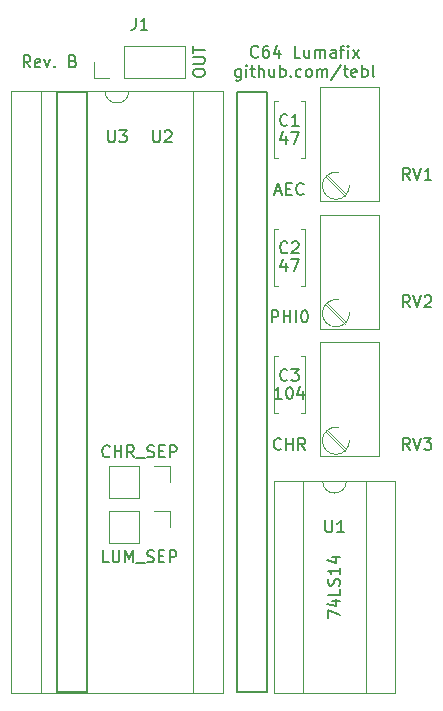
<source format=gto>
G04 #@! TF.FileFunction,Legend,Top*
%FSLAX46Y46*%
G04 Gerber Fmt 4.6, Leading zero omitted, Abs format (unit mm)*
G04 Created by KiCad (PCBNEW 4.0.7) date 08/20/19 18:31:01*
%MOMM*%
%LPD*%
G01*
G04 APERTURE LIST*
%ADD10C,0.100000*%
%ADD11C,0.150000*%
%ADD12C,0.120000*%
G04 APERTURE END LIST*
D10*
D11*
X116490953Y-101417381D02*
X116157619Y-100941190D01*
X115919524Y-101417381D02*
X115919524Y-100417381D01*
X116300477Y-100417381D01*
X116395715Y-100465000D01*
X116443334Y-100512619D01*
X116490953Y-100607857D01*
X116490953Y-100750714D01*
X116443334Y-100845952D01*
X116395715Y-100893571D01*
X116300477Y-100941190D01*
X115919524Y-100941190D01*
X117300477Y-101369762D02*
X117205239Y-101417381D01*
X117014762Y-101417381D01*
X116919524Y-101369762D01*
X116871905Y-101274524D01*
X116871905Y-100893571D01*
X116919524Y-100798333D01*
X117014762Y-100750714D01*
X117205239Y-100750714D01*
X117300477Y-100798333D01*
X117348096Y-100893571D01*
X117348096Y-100988810D01*
X116871905Y-101084048D01*
X117681429Y-100750714D02*
X117919524Y-101417381D01*
X118157620Y-100750714D01*
X118538572Y-101322143D02*
X118586191Y-101369762D01*
X118538572Y-101417381D01*
X118490953Y-101369762D01*
X118538572Y-101322143D01*
X118538572Y-101417381D01*
X120110001Y-100893571D02*
X120252858Y-100941190D01*
X120300477Y-100988810D01*
X120348096Y-101084048D01*
X120348096Y-101226905D01*
X120300477Y-101322143D01*
X120252858Y-101369762D01*
X120157620Y-101417381D01*
X119776667Y-101417381D01*
X119776667Y-100417381D01*
X120110001Y-100417381D01*
X120205239Y-100465000D01*
X120252858Y-100512619D01*
X120300477Y-100607857D01*
X120300477Y-100703095D01*
X120252858Y-100798333D01*
X120205239Y-100845952D01*
X120110001Y-100893571D01*
X119776667Y-100893571D01*
X135771429Y-100497143D02*
X135723810Y-100544762D01*
X135580953Y-100592381D01*
X135485715Y-100592381D01*
X135342857Y-100544762D01*
X135247619Y-100449524D01*
X135200000Y-100354286D01*
X135152381Y-100163810D01*
X135152381Y-100020952D01*
X135200000Y-99830476D01*
X135247619Y-99735238D01*
X135342857Y-99640000D01*
X135485715Y-99592381D01*
X135580953Y-99592381D01*
X135723810Y-99640000D01*
X135771429Y-99687619D01*
X136628572Y-99592381D02*
X136438095Y-99592381D01*
X136342857Y-99640000D01*
X136295238Y-99687619D01*
X136200000Y-99830476D01*
X136152381Y-100020952D01*
X136152381Y-100401905D01*
X136200000Y-100497143D01*
X136247619Y-100544762D01*
X136342857Y-100592381D01*
X136533334Y-100592381D01*
X136628572Y-100544762D01*
X136676191Y-100497143D01*
X136723810Y-100401905D01*
X136723810Y-100163810D01*
X136676191Y-100068571D01*
X136628572Y-100020952D01*
X136533334Y-99973333D01*
X136342857Y-99973333D01*
X136247619Y-100020952D01*
X136200000Y-100068571D01*
X136152381Y-100163810D01*
X137580953Y-99925714D02*
X137580953Y-100592381D01*
X137342857Y-99544762D02*
X137104762Y-100259048D01*
X137723810Y-100259048D01*
X139342858Y-100592381D02*
X138866667Y-100592381D01*
X138866667Y-99592381D01*
X140104763Y-99925714D02*
X140104763Y-100592381D01*
X139676191Y-99925714D02*
X139676191Y-100449524D01*
X139723810Y-100544762D01*
X139819048Y-100592381D01*
X139961906Y-100592381D01*
X140057144Y-100544762D01*
X140104763Y-100497143D01*
X140580953Y-100592381D02*
X140580953Y-99925714D01*
X140580953Y-100020952D02*
X140628572Y-99973333D01*
X140723810Y-99925714D01*
X140866668Y-99925714D01*
X140961906Y-99973333D01*
X141009525Y-100068571D01*
X141009525Y-100592381D01*
X141009525Y-100068571D02*
X141057144Y-99973333D01*
X141152382Y-99925714D01*
X141295239Y-99925714D01*
X141390477Y-99973333D01*
X141438096Y-100068571D01*
X141438096Y-100592381D01*
X142342858Y-100592381D02*
X142342858Y-100068571D01*
X142295239Y-99973333D01*
X142200001Y-99925714D01*
X142009524Y-99925714D01*
X141914286Y-99973333D01*
X142342858Y-100544762D02*
X142247620Y-100592381D01*
X142009524Y-100592381D01*
X141914286Y-100544762D01*
X141866667Y-100449524D01*
X141866667Y-100354286D01*
X141914286Y-100259048D01*
X142009524Y-100211429D01*
X142247620Y-100211429D01*
X142342858Y-100163810D01*
X142676191Y-99925714D02*
X143057143Y-99925714D01*
X142819048Y-100592381D02*
X142819048Y-99735238D01*
X142866667Y-99640000D01*
X142961905Y-99592381D01*
X143057143Y-99592381D01*
X143390477Y-100592381D02*
X143390477Y-99925714D01*
X143390477Y-99592381D02*
X143342858Y-99640000D01*
X143390477Y-99687619D01*
X143438096Y-99640000D01*
X143390477Y-99592381D01*
X143390477Y-99687619D01*
X143771429Y-100592381D02*
X144295239Y-99925714D01*
X143771429Y-99925714D02*
X144295239Y-100592381D01*
X134295238Y-101575714D02*
X134295238Y-102385238D01*
X134247619Y-102480476D01*
X134200000Y-102528095D01*
X134104761Y-102575714D01*
X133961904Y-102575714D01*
X133866666Y-102528095D01*
X134295238Y-102194762D02*
X134200000Y-102242381D01*
X134009523Y-102242381D01*
X133914285Y-102194762D01*
X133866666Y-102147143D01*
X133819047Y-102051905D01*
X133819047Y-101766190D01*
X133866666Y-101670952D01*
X133914285Y-101623333D01*
X134009523Y-101575714D01*
X134200000Y-101575714D01*
X134295238Y-101623333D01*
X134771428Y-102242381D02*
X134771428Y-101575714D01*
X134771428Y-101242381D02*
X134723809Y-101290000D01*
X134771428Y-101337619D01*
X134819047Y-101290000D01*
X134771428Y-101242381D01*
X134771428Y-101337619D01*
X135104761Y-101575714D02*
X135485713Y-101575714D01*
X135247618Y-101242381D02*
X135247618Y-102099524D01*
X135295237Y-102194762D01*
X135390475Y-102242381D01*
X135485713Y-102242381D01*
X135819047Y-102242381D02*
X135819047Y-101242381D01*
X136247619Y-102242381D02*
X136247619Y-101718571D01*
X136200000Y-101623333D01*
X136104762Y-101575714D01*
X135961904Y-101575714D01*
X135866666Y-101623333D01*
X135819047Y-101670952D01*
X137152381Y-101575714D02*
X137152381Y-102242381D01*
X136723809Y-101575714D02*
X136723809Y-102099524D01*
X136771428Y-102194762D01*
X136866666Y-102242381D01*
X137009524Y-102242381D01*
X137104762Y-102194762D01*
X137152381Y-102147143D01*
X137628571Y-102242381D02*
X137628571Y-101242381D01*
X137628571Y-101623333D02*
X137723809Y-101575714D01*
X137914286Y-101575714D01*
X138009524Y-101623333D01*
X138057143Y-101670952D01*
X138104762Y-101766190D01*
X138104762Y-102051905D01*
X138057143Y-102147143D01*
X138009524Y-102194762D01*
X137914286Y-102242381D01*
X137723809Y-102242381D01*
X137628571Y-102194762D01*
X138533333Y-102147143D02*
X138580952Y-102194762D01*
X138533333Y-102242381D01*
X138485714Y-102194762D01*
X138533333Y-102147143D01*
X138533333Y-102242381D01*
X139438095Y-102194762D02*
X139342857Y-102242381D01*
X139152380Y-102242381D01*
X139057142Y-102194762D01*
X139009523Y-102147143D01*
X138961904Y-102051905D01*
X138961904Y-101766190D01*
X139009523Y-101670952D01*
X139057142Y-101623333D01*
X139152380Y-101575714D01*
X139342857Y-101575714D01*
X139438095Y-101623333D01*
X140009523Y-102242381D02*
X139914285Y-102194762D01*
X139866666Y-102147143D01*
X139819047Y-102051905D01*
X139819047Y-101766190D01*
X139866666Y-101670952D01*
X139914285Y-101623333D01*
X140009523Y-101575714D01*
X140152381Y-101575714D01*
X140247619Y-101623333D01*
X140295238Y-101670952D01*
X140342857Y-101766190D01*
X140342857Y-102051905D01*
X140295238Y-102147143D01*
X140247619Y-102194762D01*
X140152381Y-102242381D01*
X140009523Y-102242381D01*
X140771428Y-102242381D02*
X140771428Y-101575714D01*
X140771428Y-101670952D02*
X140819047Y-101623333D01*
X140914285Y-101575714D01*
X141057143Y-101575714D01*
X141152381Y-101623333D01*
X141200000Y-101718571D01*
X141200000Y-102242381D01*
X141200000Y-101718571D02*
X141247619Y-101623333D01*
X141342857Y-101575714D01*
X141485714Y-101575714D01*
X141580952Y-101623333D01*
X141628571Y-101718571D01*
X141628571Y-102242381D01*
X142819047Y-101194762D02*
X141961904Y-102480476D01*
X143009523Y-101575714D02*
X143390475Y-101575714D01*
X143152380Y-101242381D02*
X143152380Y-102099524D01*
X143199999Y-102194762D01*
X143295237Y-102242381D01*
X143390475Y-102242381D01*
X144104762Y-102194762D02*
X144009524Y-102242381D01*
X143819047Y-102242381D01*
X143723809Y-102194762D01*
X143676190Y-102099524D01*
X143676190Y-101718571D01*
X143723809Y-101623333D01*
X143819047Y-101575714D01*
X144009524Y-101575714D01*
X144104762Y-101623333D01*
X144152381Y-101718571D01*
X144152381Y-101813810D01*
X143676190Y-101909048D01*
X144580952Y-102242381D02*
X144580952Y-101242381D01*
X144580952Y-101623333D02*
X144676190Y-101575714D01*
X144866667Y-101575714D01*
X144961905Y-101623333D01*
X145009524Y-101670952D01*
X145057143Y-101766190D01*
X145057143Y-102051905D01*
X145009524Y-102147143D01*
X144961905Y-102194762D01*
X144866667Y-102242381D01*
X144676190Y-102242381D01*
X144580952Y-102194762D01*
X145628571Y-102242381D02*
X145533333Y-102194762D01*
X145485714Y-102099524D01*
X145485714Y-101242381D01*
X136525000Y-154305000D02*
X133985000Y-154305000D01*
X133985000Y-154305000D02*
X133985000Y-103505000D01*
X133985000Y-103505000D02*
X136525000Y-103505000D01*
X118745000Y-103505000D02*
X121285000Y-103505000D01*
X121285000Y-103505000D02*
X121285000Y-154305000D01*
X121285000Y-154305000D02*
X118745000Y-154305000D01*
X136525000Y-103505000D02*
X136525000Y-154305000D01*
X118745000Y-154305000D02*
X118745000Y-103505000D01*
D12*
X137120000Y-130720000D02*
X137120000Y-125900000D01*
X139740000Y-130720000D02*
X139740000Y-125900000D01*
X137120000Y-130720000D02*
X137434000Y-130720000D01*
X139426000Y-130720000D02*
X139740000Y-130720000D01*
X137120000Y-125900000D02*
X137434000Y-125900000D01*
X139426000Y-125900000D02*
X139740000Y-125900000D01*
X137120000Y-109130000D02*
X137120000Y-104310000D01*
X139740000Y-109130000D02*
X139740000Y-104310000D01*
X137120000Y-109130000D02*
X137434000Y-109130000D01*
X139426000Y-109130000D02*
X139740000Y-109130000D01*
X137120000Y-104310000D02*
X137434000Y-104310000D01*
X139426000Y-104310000D02*
X139740000Y-104310000D01*
X137120000Y-119925000D02*
X137120000Y-115105000D01*
X139740000Y-119925000D02*
X139740000Y-115105000D01*
X137120000Y-119925000D02*
X137434000Y-119925000D01*
X139426000Y-119925000D02*
X139740000Y-119925000D01*
X137120000Y-115105000D02*
X137434000Y-115105000D01*
X139426000Y-115105000D02*
X139740000Y-115105000D01*
X143514296Y-111404691D02*
G75*
G02X141205000Y-111445000I-1154296J-40309D01*
G01*
X141205948Y-111465121D02*
G75*
G02X142600000Y-110316000I1154052J20121D01*
G01*
X145980000Y-103125000D02*
X145980000Y-112775000D01*
X141029000Y-103125000D02*
X141029000Y-112775000D01*
X145980000Y-103125000D02*
X141029000Y-103125000D01*
X145980000Y-112775000D02*
X141029000Y-112775000D01*
X143094000Y-112321000D02*
X141484000Y-110710000D01*
X143235000Y-112181000D02*
X141625000Y-110569000D01*
X143514296Y-122199691D02*
G75*
G02X141205000Y-122240000I-1154296J-40309D01*
G01*
X141205948Y-122260121D02*
G75*
G02X142600000Y-121111000I1154052J20121D01*
G01*
X145980000Y-113920000D02*
X145980000Y-123570000D01*
X141029000Y-113920000D02*
X141029000Y-123570000D01*
X145980000Y-113920000D02*
X141029000Y-113920000D01*
X145980000Y-123570000D02*
X141029000Y-123570000D01*
X143094000Y-123116000D02*
X141484000Y-121505000D01*
X143235000Y-122976000D02*
X141625000Y-121364000D01*
X143514296Y-132994691D02*
G75*
G02X141205000Y-133035000I-1154296J-40309D01*
G01*
X141205948Y-133055121D02*
G75*
G02X142600000Y-131906000I1154052J20121D01*
G01*
X145980000Y-124715000D02*
X145980000Y-134365000D01*
X141029000Y-124715000D02*
X141029000Y-134365000D01*
X145980000Y-124715000D02*
X141029000Y-124715000D01*
X145980000Y-134365000D02*
X141029000Y-134365000D01*
X143094000Y-133911000D02*
X141484000Y-132300000D01*
X143235000Y-133771000D02*
X141625000Y-132159000D01*
X143240000Y-136465000D02*
G75*
G02X141240000Y-136465000I-1000000J0D01*
G01*
X141240000Y-136465000D02*
X139590000Y-136465000D01*
X139590000Y-136465000D02*
X139590000Y-154365000D01*
X139590000Y-154365000D02*
X144890000Y-154365000D01*
X144890000Y-154365000D02*
X144890000Y-136465000D01*
X144890000Y-136465000D02*
X143240000Y-136465000D01*
X137100000Y-136405000D02*
X137100000Y-154425000D01*
X137100000Y-154425000D02*
X147380000Y-154425000D01*
X147380000Y-154425000D02*
X147380000Y-136405000D01*
X147380000Y-136405000D02*
X137100000Y-136405000D01*
X124825000Y-103445000D02*
G75*
G02X122825000Y-103445000I-1000000J0D01*
G01*
X122825000Y-103445000D02*
X117365000Y-103445000D01*
X117365000Y-103445000D02*
X117365000Y-154365000D01*
X117365000Y-154365000D02*
X130285000Y-154365000D01*
X130285000Y-154365000D02*
X130285000Y-103445000D01*
X130285000Y-103445000D02*
X124825000Y-103445000D01*
X114875000Y-103385000D02*
X114875000Y-154425000D01*
X114875000Y-154425000D02*
X132775000Y-154425000D01*
X132775000Y-154425000D02*
X132775000Y-103385000D01*
X132775000Y-103385000D02*
X114875000Y-103385000D01*
X129600000Y-102295000D02*
X129600000Y-99635000D01*
X124460000Y-102295000D02*
X129600000Y-102295000D01*
X124460000Y-99635000D02*
X129600000Y-99635000D01*
X124460000Y-102295000D02*
X124460000Y-99635000D01*
X123190000Y-102295000D02*
X121860000Y-102295000D01*
X121860000Y-102295000D02*
X121860000Y-100965000D01*
X123130000Y-139005000D02*
X123130000Y-141665000D01*
X125730000Y-139005000D02*
X123130000Y-139005000D01*
X125730000Y-141665000D02*
X123130000Y-141665000D01*
X125730000Y-139005000D02*
X125730000Y-141665000D01*
X127000000Y-139005000D02*
X128330000Y-139005000D01*
X128330000Y-139005000D02*
X128330000Y-140335000D01*
X123130000Y-135195000D02*
X123130000Y-137855000D01*
X125730000Y-135195000D02*
X123130000Y-135195000D01*
X125730000Y-137855000D02*
X123130000Y-137855000D01*
X125730000Y-135195000D02*
X125730000Y-137855000D01*
X127000000Y-135195000D02*
X128330000Y-135195000D01*
X128330000Y-135195000D02*
X128330000Y-136525000D01*
D11*
X126873095Y-106767381D02*
X126873095Y-107576905D01*
X126920714Y-107672143D01*
X126968333Y-107719762D01*
X127063571Y-107767381D01*
X127254048Y-107767381D01*
X127349286Y-107719762D01*
X127396905Y-107672143D01*
X127444524Y-107576905D01*
X127444524Y-106767381D01*
X127873095Y-106862619D02*
X127920714Y-106815000D01*
X128015952Y-106767381D01*
X128254048Y-106767381D01*
X128349286Y-106815000D01*
X128396905Y-106862619D01*
X128444524Y-106957857D01*
X128444524Y-107053095D01*
X128396905Y-107195952D01*
X127825476Y-107767381D01*
X128444524Y-107767381D01*
X138263334Y-127865143D02*
X138215715Y-127912762D01*
X138072858Y-127960381D01*
X137977620Y-127960381D01*
X137834762Y-127912762D01*
X137739524Y-127817524D01*
X137691905Y-127722286D01*
X137644286Y-127531810D01*
X137644286Y-127388952D01*
X137691905Y-127198476D01*
X137739524Y-127103238D01*
X137834762Y-127008000D01*
X137977620Y-126960381D01*
X138072858Y-126960381D01*
X138215715Y-127008000D01*
X138263334Y-127055619D01*
X138596667Y-126960381D02*
X139215715Y-126960381D01*
X138882381Y-127341333D01*
X139025239Y-127341333D01*
X139120477Y-127388952D01*
X139168096Y-127436571D01*
X139215715Y-127531810D01*
X139215715Y-127769905D01*
X139168096Y-127865143D01*
X139120477Y-127912762D01*
X139025239Y-127960381D01*
X138739524Y-127960381D01*
X138644286Y-127912762D01*
X138596667Y-127865143D01*
X137763334Y-129484381D02*
X137191905Y-129484381D01*
X137477619Y-129484381D02*
X137477619Y-128484381D01*
X137382381Y-128627238D01*
X137287143Y-128722476D01*
X137191905Y-128770095D01*
X138382381Y-128484381D02*
X138477620Y-128484381D01*
X138572858Y-128532000D01*
X138620477Y-128579619D01*
X138668096Y-128674857D01*
X138715715Y-128865333D01*
X138715715Y-129103429D01*
X138668096Y-129293905D01*
X138620477Y-129389143D01*
X138572858Y-129436762D01*
X138477620Y-129484381D01*
X138382381Y-129484381D01*
X138287143Y-129436762D01*
X138239524Y-129389143D01*
X138191905Y-129293905D01*
X138144286Y-129103429D01*
X138144286Y-128865333D01*
X138191905Y-128674857D01*
X138239524Y-128579619D01*
X138287143Y-128532000D01*
X138382381Y-128484381D01*
X139572858Y-128817714D02*
X139572858Y-129484381D01*
X139334762Y-128436762D02*
X139096667Y-129151048D01*
X139715715Y-129151048D01*
X138263334Y-106275143D02*
X138215715Y-106322762D01*
X138072858Y-106370381D01*
X137977620Y-106370381D01*
X137834762Y-106322762D01*
X137739524Y-106227524D01*
X137691905Y-106132286D01*
X137644286Y-105941810D01*
X137644286Y-105798952D01*
X137691905Y-105608476D01*
X137739524Y-105513238D01*
X137834762Y-105418000D01*
X137977620Y-105370381D01*
X138072858Y-105370381D01*
X138215715Y-105418000D01*
X138263334Y-105465619D01*
X139215715Y-106370381D02*
X138644286Y-106370381D01*
X138930000Y-106370381D02*
X138930000Y-105370381D01*
X138834762Y-105513238D01*
X138739524Y-105608476D01*
X138644286Y-105656095D01*
X138144286Y-107227714D02*
X138144286Y-107894381D01*
X137906190Y-106846762D02*
X137668095Y-107561048D01*
X138287143Y-107561048D01*
X138572857Y-106894381D02*
X139239524Y-106894381D01*
X138810952Y-107894381D01*
X138263334Y-117070143D02*
X138215715Y-117117762D01*
X138072858Y-117165381D01*
X137977620Y-117165381D01*
X137834762Y-117117762D01*
X137739524Y-117022524D01*
X137691905Y-116927286D01*
X137644286Y-116736810D01*
X137644286Y-116593952D01*
X137691905Y-116403476D01*
X137739524Y-116308238D01*
X137834762Y-116213000D01*
X137977620Y-116165381D01*
X138072858Y-116165381D01*
X138215715Y-116213000D01*
X138263334Y-116260619D01*
X138644286Y-116260619D02*
X138691905Y-116213000D01*
X138787143Y-116165381D01*
X139025239Y-116165381D01*
X139120477Y-116213000D01*
X139168096Y-116260619D01*
X139215715Y-116355857D01*
X139215715Y-116451095D01*
X139168096Y-116593952D01*
X138596667Y-117165381D01*
X139215715Y-117165381D01*
X138144286Y-118022714D02*
X138144286Y-118689381D01*
X137906190Y-117641762D02*
X137668095Y-118356048D01*
X138287143Y-118356048D01*
X138572857Y-117689381D02*
X139239524Y-117689381D01*
X138810952Y-118689381D01*
X148629762Y-110942381D02*
X148296428Y-110466190D01*
X148058333Y-110942381D02*
X148058333Y-109942381D01*
X148439286Y-109942381D01*
X148534524Y-109990000D01*
X148582143Y-110037619D01*
X148629762Y-110132857D01*
X148629762Y-110275714D01*
X148582143Y-110370952D01*
X148534524Y-110418571D01*
X148439286Y-110466190D01*
X148058333Y-110466190D01*
X148915476Y-109942381D02*
X149248809Y-110942381D01*
X149582143Y-109942381D01*
X150439286Y-110942381D02*
X149867857Y-110942381D01*
X150153571Y-110942381D02*
X150153571Y-109942381D01*
X150058333Y-110085238D01*
X149963095Y-110180476D01*
X149867857Y-110228095D01*
X137239524Y-111926667D02*
X137715715Y-111926667D01*
X137144286Y-112212381D02*
X137477619Y-111212381D01*
X137810953Y-112212381D01*
X138144286Y-111688571D02*
X138477620Y-111688571D01*
X138620477Y-112212381D02*
X138144286Y-112212381D01*
X138144286Y-111212381D01*
X138620477Y-111212381D01*
X139620477Y-112117143D02*
X139572858Y-112164762D01*
X139430001Y-112212381D01*
X139334763Y-112212381D01*
X139191905Y-112164762D01*
X139096667Y-112069524D01*
X139049048Y-111974286D01*
X139001429Y-111783810D01*
X139001429Y-111640952D01*
X139049048Y-111450476D01*
X139096667Y-111355238D01*
X139191905Y-111260000D01*
X139334763Y-111212381D01*
X139430001Y-111212381D01*
X139572858Y-111260000D01*
X139620477Y-111307619D01*
X148629762Y-121737381D02*
X148296428Y-121261190D01*
X148058333Y-121737381D02*
X148058333Y-120737381D01*
X148439286Y-120737381D01*
X148534524Y-120785000D01*
X148582143Y-120832619D01*
X148629762Y-120927857D01*
X148629762Y-121070714D01*
X148582143Y-121165952D01*
X148534524Y-121213571D01*
X148439286Y-121261190D01*
X148058333Y-121261190D01*
X148915476Y-120737381D02*
X149248809Y-121737381D01*
X149582143Y-120737381D01*
X149867857Y-120832619D02*
X149915476Y-120785000D01*
X150010714Y-120737381D01*
X150248810Y-120737381D01*
X150344048Y-120785000D01*
X150391667Y-120832619D01*
X150439286Y-120927857D01*
X150439286Y-121023095D01*
X150391667Y-121165952D01*
X149820238Y-121737381D01*
X150439286Y-121737381D01*
X136930000Y-123007381D02*
X136930000Y-122007381D01*
X137310953Y-122007381D01*
X137406191Y-122055000D01*
X137453810Y-122102619D01*
X137501429Y-122197857D01*
X137501429Y-122340714D01*
X137453810Y-122435952D01*
X137406191Y-122483571D01*
X137310953Y-122531190D01*
X136930000Y-122531190D01*
X137930000Y-123007381D02*
X137930000Y-122007381D01*
X137930000Y-122483571D02*
X138501429Y-122483571D01*
X138501429Y-123007381D02*
X138501429Y-122007381D01*
X138977619Y-123007381D02*
X138977619Y-122007381D01*
X139644285Y-122007381D02*
X139739524Y-122007381D01*
X139834762Y-122055000D01*
X139882381Y-122102619D01*
X139930000Y-122197857D01*
X139977619Y-122388333D01*
X139977619Y-122626429D01*
X139930000Y-122816905D01*
X139882381Y-122912143D01*
X139834762Y-122959762D01*
X139739524Y-123007381D01*
X139644285Y-123007381D01*
X139549047Y-122959762D01*
X139501428Y-122912143D01*
X139453809Y-122816905D01*
X139406190Y-122626429D01*
X139406190Y-122388333D01*
X139453809Y-122197857D01*
X139501428Y-122102619D01*
X139549047Y-122055000D01*
X139644285Y-122007381D01*
X148629762Y-133802381D02*
X148296428Y-133326190D01*
X148058333Y-133802381D02*
X148058333Y-132802381D01*
X148439286Y-132802381D01*
X148534524Y-132850000D01*
X148582143Y-132897619D01*
X148629762Y-132992857D01*
X148629762Y-133135714D01*
X148582143Y-133230952D01*
X148534524Y-133278571D01*
X148439286Y-133326190D01*
X148058333Y-133326190D01*
X148915476Y-132802381D02*
X149248809Y-133802381D01*
X149582143Y-132802381D01*
X149820238Y-132802381D02*
X150439286Y-132802381D01*
X150105952Y-133183333D01*
X150248810Y-133183333D01*
X150344048Y-133230952D01*
X150391667Y-133278571D01*
X150439286Y-133373810D01*
X150439286Y-133611905D01*
X150391667Y-133707143D01*
X150344048Y-133754762D01*
X150248810Y-133802381D01*
X149963095Y-133802381D01*
X149867857Y-133754762D01*
X149820238Y-133707143D01*
X137715715Y-133707143D02*
X137668096Y-133754762D01*
X137525239Y-133802381D01*
X137430001Y-133802381D01*
X137287143Y-133754762D01*
X137191905Y-133659524D01*
X137144286Y-133564286D01*
X137096667Y-133373810D01*
X137096667Y-133230952D01*
X137144286Y-133040476D01*
X137191905Y-132945238D01*
X137287143Y-132850000D01*
X137430001Y-132802381D01*
X137525239Y-132802381D01*
X137668096Y-132850000D01*
X137715715Y-132897619D01*
X138144286Y-133802381D02*
X138144286Y-132802381D01*
X138144286Y-133278571D02*
X138715715Y-133278571D01*
X138715715Y-133802381D02*
X138715715Y-132802381D01*
X139763334Y-133802381D02*
X139430000Y-133326190D01*
X139191905Y-133802381D02*
X139191905Y-132802381D01*
X139572858Y-132802381D01*
X139668096Y-132850000D01*
X139715715Y-132897619D01*
X139763334Y-132992857D01*
X139763334Y-133135714D01*
X139715715Y-133230952D01*
X139668096Y-133278571D01*
X139572858Y-133326190D01*
X139191905Y-133326190D01*
X141478095Y-139787381D02*
X141478095Y-140596905D01*
X141525714Y-140692143D01*
X141573333Y-140739762D01*
X141668571Y-140787381D01*
X141859048Y-140787381D01*
X141954286Y-140739762D01*
X142001905Y-140692143D01*
X142049524Y-140596905D01*
X142049524Y-139787381D01*
X143049524Y-140787381D02*
X142478095Y-140787381D01*
X142763809Y-140787381D02*
X142763809Y-139787381D01*
X142668571Y-139930238D01*
X142573333Y-140025476D01*
X142478095Y-140073095D01*
X141692381Y-148057857D02*
X141692381Y-147391190D01*
X142692381Y-147819762D01*
X142025714Y-146581666D02*
X142692381Y-146581666D01*
X141644762Y-146819762D02*
X142359048Y-147057857D01*
X142359048Y-146438809D01*
X142692381Y-145581666D02*
X142692381Y-146057857D01*
X141692381Y-146057857D01*
X142644762Y-145295952D02*
X142692381Y-145153095D01*
X142692381Y-144914999D01*
X142644762Y-144819761D01*
X142597143Y-144772142D01*
X142501905Y-144724523D01*
X142406667Y-144724523D01*
X142311429Y-144772142D01*
X142263810Y-144819761D01*
X142216190Y-144914999D01*
X142168571Y-145105476D01*
X142120952Y-145200714D01*
X142073333Y-145248333D01*
X141978095Y-145295952D01*
X141882857Y-145295952D01*
X141787619Y-145248333D01*
X141740000Y-145200714D01*
X141692381Y-145105476D01*
X141692381Y-144867380D01*
X141740000Y-144724523D01*
X142692381Y-143772142D02*
X142692381Y-144343571D01*
X142692381Y-144057857D02*
X141692381Y-144057857D01*
X141835238Y-144153095D01*
X141930476Y-144248333D01*
X141978095Y-144343571D01*
X142025714Y-142914999D02*
X142692381Y-142914999D01*
X141644762Y-143153095D02*
X142359048Y-143391190D01*
X142359048Y-142772142D01*
X123063095Y-106767381D02*
X123063095Y-107576905D01*
X123110714Y-107672143D01*
X123158333Y-107719762D01*
X123253571Y-107767381D01*
X123444048Y-107767381D01*
X123539286Y-107719762D01*
X123586905Y-107672143D01*
X123634524Y-107576905D01*
X123634524Y-106767381D01*
X124015476Y-106767381D02*
X124634524Y-106767381D01*
X124301190Y-107148333D01*
X124444048Y-107148333D01*
X124539286Y-107195952D01*
X124586905Y-107243571D01*
X124634524Y-107338810D01*
X124634524Y-107576905D01*
X124586905Y-107672143D01*
X124539286Y-107719762D01*
X124444048Y-107767381D01*
X124158333Y-107767381D01*
X124063095Y-107719762D01*
X124015476Y-107672143D01*
X125396667Y-97242381D02*
X125396667Y-97956667D01*
X125349047Y-98099524D01*
X125253809Y-98194762D01*
X125110952Y-98242381D01*
X125015714Y-98242381D01*
X126396667Y-98242381D02*
X125825238Y-98242381D01*
X126110952Y-98242381D02*
X126110952Y-97242381D01*
X126015714Y-97385238D01*
X125920476Y-97480476D01*
X125825238Y-97528095D01*
X130262381Y-101965000D02*
X130262381Y-101774523D01*
X130310000Y-101679285D01*
X130405238Y-101584047D01*
X130595714Y-101536428D01*
X130929048Y-101536428D01*
X131119524Y-101584047D01*
X131214762Y-101679285D01*
X131262381Y-101774523D01*
X131262381Y-101965000D01*
X131214762Y-102060238D01*
X131119524Y-102155476D01*
X130929048Y-102203095D01*
X130595714Y-102203095D01*
X130405238Y-102155476D01*
X130310000Y-102060238D01*
X130262381Y-101965000D01*
X130262381Y-101107857D02*
X131071905Y-101107857D01*
X131167143Y-101060238D01*
X131214762Y-101012619D01*
X131262381Y-100917381D01*
X131262381Y-100726904D01*
X131214762Y-100631666D01*
X131167143Y-100584047D01*
X131071905Y-100536428D01*
X130262381Y-100536428D01*
X130262381Y-100203095D02*
X130262381Y-99631666D01*
X131262381Y-99917381D02*
X130262381Y-99917381D01*
X123134762Y-143327381D02*
X122658571Y-143327381D01*
X122658571Y-142327381D01*
X123468095Y-142327381D02*
X123468095Y-143136905D01*
X123515714Y-143232143D01*
X123563333Y-143279762D01*
X123658571Y-143327381D01*
X123849048Y-143327381D01*
X123944286Y-143279762D01*
X123991905Y-143232143D01*
X124039524Y-143136905D01*
X124039524Y-142327381D01*
X124515714Y-143327381D02*
X124515714Y-142327381D01*
X124849048Y-143041667D01*
X125182381Y-142327381D01*
X125182381Y-143327381D01*
X125420476Y-143422619D02*
X126182381Y-143422619D01*
X126372857Y-143279762D02*
X126515714Y-143327381D01*
X126753810Y-143327381D01*
X126849048Y-143279762D01*
X126896667Y-143232143D01*
X126944286Y-143136905D01*
X126944286Y-143041667D01*
X126896667Y-142946429D01*
X126849048Y-142898810D01*
X126753810Y-142851190D01*
X126563333Y-142803571D01*
X126468095Y-142755952D01*
X126420476Y-142708333D01*
X126372857Y-142613095D01*
X126372857Y-142517857D01*
X126420476Y-142422619D01*
X126468095Y-142375000D01*
X126563333Y-142327381D01*
X126801429Y-142327381D01*
X126944286Y-142375000D01*
X127372857Y-142803571D02*
X127706191Y-142803571D01*
X127849048Y-143327381D02*
X127372857Y-143327381D01*
X127372857Y-142327381D01*
X127849048Y-142327381D01*
X128277619Y-143327381D02*
X128277619Y-142327381D01*
X128658572Y-142327381D01*
X128753810Y-142375000D01*
X128801429Y-142422619D01*
X128849048Y-142517857D01*
X128849048Y-142660714D01*
X128801429Y-142755952D01*
X128753810Y-142803571D01*
X128658572Y-142851190D01*
X128277619Y-142851190D01*
X123206191Y-134342143D02*
X123158572Y-134389762D01*
X123015715Y-134437381D01*
X122920477Y-134437381D01*
X122777619Y-134389762D01*
X122682381Y-134294524D01*
X122634762Y-134199286D01*
X122587143Y-134008810D01*
X122587143Y-133865952D01*
X122634762Y-133675476D01*
X122682381Y-133580238D01*
X122777619Y-133485000D01*
X122920477Y-133437381D01*
X123015715Y-133437381D01*
X123158572Y-133485000D01*
X123206191Y-133532619D01*
X123634762Y-134437381D02*
X123634762Y-133437381D01*
X123634762Y-133913571D02*
X124206191Y-133913571D01*
X124206191Y-134437381D02*
X124206191Y-133437381D01*
X125253810Y-134437381D02*
X124920476Y-133961190D01*
X124682381Y-134437381D02*
X124682381Y-133437381D01*
X125063334Y-133437381D01*
X125158572Y-133485000D01*
X125206191Y-133532619D01*
X125253810Y-133627857D01*
X125253810Y-133770714D01*
X125206191Y-133865952D01*
X125158572Y-133913571D01*
X125063334Y-133961190D01*
X124682381Y-133961190D01*
X125444286Y-134532619D02*
X126206191Y-134532619D01*
X126396667Y-134389762D02*
X126539524Y-134437381D01*
X126777620Y-134437381D01*
X126872858Y-134389762D01*
X126920477Y-134342143D01*
X126968096Y-134246905D01*
X126968096Y-134151667D01*
X126920477Y-134056429D01*
X126872858Y-134008810D01*
X126777620Y-133961190D01*
X126587143Y-133913571D01*
X126491905Y-133865952D01*
X126444286Y-133818333D01*
X126396667Y-133723095D01*
X126396667Y-133627857D01*
X126444286Y-133532619D01*
X126491905Y-133485000D01*
X126587143Y-133437381D01*
X126825239Y-133437381D01*
X126968096Y-133485000D01*
X127396667Y-133913571D02*
X127730001Y-133913571D01*
X127872858Y-134437381D02*
X127396667Y-134437381D01*
X127396667Y-133437381D01*
X127872858Y-133437381D01*
X128301429Y-134437381D02*
X128301429Y-133437381D01*
X128682382Y-133437381D01*
X128777620Y-133485000D01*
X128825239Y-133532619D01*
X128872858Y-133627857D01*
X128872858Y-133770714D01*
X128825239Y-133865952D01*
X128777620Y-133913571D01*
X128682382Y-133961190D01*
X128301429Y-133961190D01*
M02*

</source>
